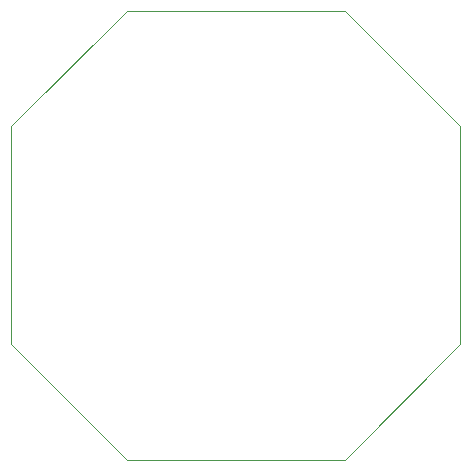
<source format=gko>
G04*
G04 #@! TF.GenerationSoftware,Altium Limited,Altium Designer,20.0.13 (296)*
G04*
G04 Layer_Color=16711935*
%FSLAX25Y25*%
%MOIN*%
G70*
G01*
G75*
%ADD17C,0.00050*%
D17*
X135197Y133632D02*
X173632Y95197D01*
X246368D01*
X284803Y133632D01*
Y206368D01*
X246368Y244803D02*
X284803Y206368D01*
X173632Y244803D02*
X246368D01*
X135197Y206368D02*
X173632Y244803D01*
X135197Y133632D02*
Y206368D01*
M02*

</source>
